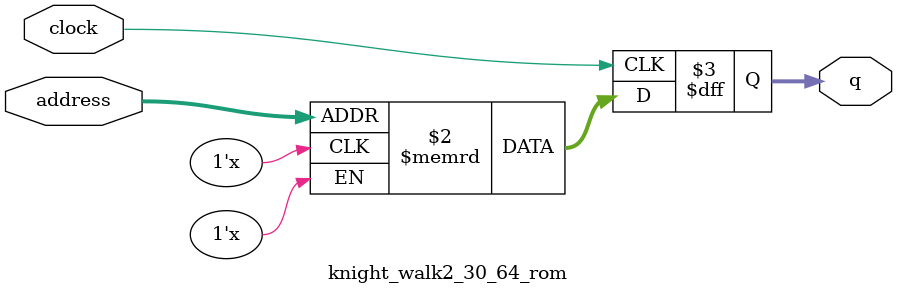
<source format=sv>
module knight_walk2_30_64_rom (
	input logic clock,
	input logic [10:0] address,
	output logic [2:0] q
);

logic [2:0] memory [0:1919] /* synthesis ram_init_file = "./knight_walk2_30_64/knight_walk2_30_64.mif" */;

always_ff @ (posedge clock) begin
	q <= memory[address];
end

endmodule

</source>
